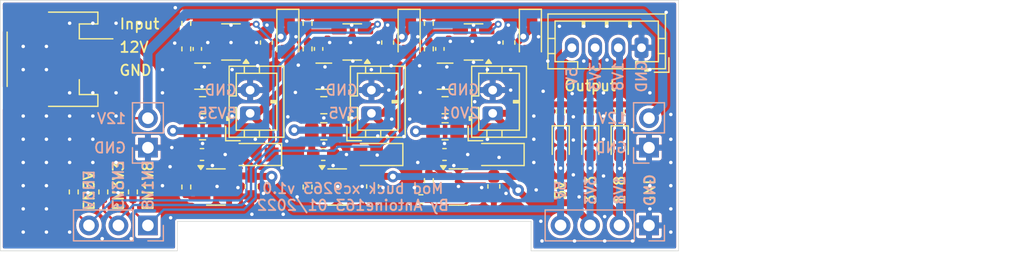
<source format=kicad_pcb>
(kicad_pcb (version 20240108) (generator "pcbnew") (generator_version "8.0")
  (title_block (title "mod_buck_xc9263") (date "2022-01-08") (rev "v1.0") (company "Antoine163"))
  (layers (0 "F.Cu" signal) (31 "B.Cu" signal) (34 "B.Paste" user) (35 "F.Paste" user) (36 "B.SilkS" user "B.Silkscreen") (37 "F.SilkS" user "F.Silkscreen") (38 "B.Mask" user) (39 "F.Mask" user) (44 "Edge.Cuts" user))
  (net 0 "")
  (net 1 "+12V")
  (net 2 "GND")
  (net 3 "5V35")
  (net 4 "Net-(C4-Pad2)")
  (net 5 "3V5")
  (net 6 "Net-(C5-Pad2)")
  (net 7 "2V01")
  (net 8 "Net-(C6-Pad2)")
  (net 9 "Net-(R13-Pad1)")
  (net 10 "+1V8")
  (net 11 "Net-(R12-Pad1)")
  (net 12 "Net-(D7-Pad1)")
  (net 13 "Net-(D8-Pad1)")
  (net 14 "Net-(D9-Pad1)")
  (net 15 "EN_5V")
  (net 16 "EN_3V3")
  (net 17 "EN_1V8")
  (net 18 "+3V3")
  (net 19 "+5V")
  (net 20 "Net-(L1-Pad1)")
  (net 21 "Net-(L2-Pad1)")
  (net 22 "Net-(L3-Pad1)")
  (net 23 "Net-(R10-Pad1)")
  (net 24 "Net-(R11-Pad1)")
  (footprint "Capacitor_SMD:C_0805_2012Metric_Pad1.18x1.45mm_HandSolder" (layer "F.Cu") (at 132 59.55)
    (property "Reference" "C11" (hide yes))
    (property "Value" "10uF")
  )
  (footprint "Capacitor_SMD:C_0805_2012Metric_Pad1.18x1.45mm_HandSolder" (layer "F.Cu") (at 142.45 57.3)
    (property "Reference" "C9" (hide yes))
    (property "Value" "10uF")
  )
  (footprint "Diode_SMD:Nexperia_CFP3_SOD-123W" (layer "F.Cu") (at 149.8 51.3 -90)
    (property "Reference" "D3" (hide yes))
    (property "Value" "PMEG40T10ERX")
  )
  (footprint "Resistor_SMD:R_0402_1005Metric_Pad0.72x0.64mm_HandSolder" (layer "F.Cu") (at 120.15 50.25 90)
    (property "Reference" "R5" (hide yes))
    (property "Value" "39K")
  )
  (footprint "Capacitor_SMD:C_0402_1005Metric_Pad0.74x0.62mm_HandSolder" (layer "F.Cu") (at 121.1 52.45 90)
    (property "Reference" "C4" (hide yes))
    (property "Value" "47pF")
  )
  (footprint "Resistor_SMD:R_0402_1005Metric_Pad0.72x0.64mm_HandSolder" (layer "F.Cu") (at 152.41 57.8275 90)
    (property "Reference" "R15" (hide yes))
    (property "Value" "2K7")
  )
  (footprint "Resistor_SMD:R_0402_1005Metric_Pad0.72x0.64mm_HandSolder" (layer "F.Cu") (at 141.05 63.8 90)
    (property "Reference" "R10" (hide yes))
    (property "Value" "0R")
  )
  (footprint "Resistor_SMD:R_0402_1005Metric_Pad0.72x0.64mm_HandSolder" (layer "F.Cu") (at 120.15 52.45 90)
    (property "Reference" "R4" (hide yes))
    (property "Value" "240K")
  )
  (footprint "Connector_JST:JST_PH_S2B-PH-SM4-TB_1x02-1MP_P2.00mm_Horizontal" (layer "F.Cu") (at 109.22 53.34 -90)
    (property "Reference" "J1" (hide yes))
    (property "Value" "Conn_01x02")
  )
  (footprint "Capacitor_SMD:C_0603_1608Metric_Pad1.08x0.95mm_HandSolder" (layer "F.Cu") (at 136.2 64.3 -90)
    (property "Reference" "C17" (hide yes))
    (property "Value" "1uF")
  )
  (footprint "Capacitor_SMD:C_0603_1608Metric_Pad1.08x0.95mm_HandSolder" (layer "F.Cu") (at 147.95 51.9 90)
    (property "Reference" "C3" (hide yes))
    (property "Value" "2.2uF")
  )
  (footprint "Connector_JST:JST_PH_B2B-PH-K_1x02_P2.00mm_Vertical" (layer "F.Cu") (at 136.1 58 90)
    (property "Reference" "J8" (hide yes))
    (property "Value" "Conn_01x02")
  )
  (footprint "Connector_JST:JST_PH_B2B-PH-K_1x02_P2.00mm_Vertical" (layer "F.Cu") (at 146.55 58 90)
    (property "Reference" "J9" (hide yes))
    (property "Value" "Conn_01x02")
  )
  (footprint "Capacitor_SMD:C_0805_2012Metric_Pad1.18x1.45mm_HandSolder" (layer "F.Cu") (at 142.45 59.55)
    (property "Reference" "C12" (hide yes))
    (property "Value" "10uF")
  )
  (footprint "Resistor_SMD:R_0402_1005Metric_Pad0.72x0.64mm_HandSolder" (layer "F.Cu") (at 154.95 57.8275 90)
    (property "Reference" "R16" (hide yes))
    (property "Value" "1K3")
  )
  (footprint "Resistor_SMD:R_0402_1005Metric_Pad0.72x0.64mm_HandSolder" (layer "F.Cu") (at 110.45 64.775 -90)
    (property "Reference" "R1" (hide yes))
    (property "Value" "100K")
  )
  (footprint "Diode_SMD:Nexperia_CFP3_SOD-123W" (layer "F.Cu") (at 139.35 51.3 -90)
    (property "Reference" "D2" (hide yes))
    (property "Value" "PMEG40T10ERX")
  )
  (footprint "Capacitor_SMD:C_0603_1608Metric_Pad1.08x0.95mm_HandSolder" (layer "F.Cu") (at 121.5 61.55 180)
    (property "Reference" "C15" (hide yes))
    (property "Value" "1uF")
  )
  (footprint "Diode_SMD:Nexperia_CFP3_SOD-123W" (layer "F.Cu") (at 136.55 61.55 180)
    (property "Reference" "D5" (hide yes))
    (property "Value" "PMEG40T10ERX")
  )
  (footprint "Resistor_SMD:R_0402_1005Metric_Pad0.72x0.64mm_HandSolder" (layer "F.Cu") (at 141.05 52.45 90)
    (property "Reference" "R8" (hide yes))
    (property "Value" "270K")
  )
  (footprint "Package_TO_SOT_SMD:SOT-23-5" (layer "F.Cu") (at 144.9 51.85 180)
    (property "Reference" "U3" (hide yes))
    (property "Value" "XC9263")
  )
  (footprint "LED_SMD:LED_0603_1608Metric_Pad1.05x0.95mm_HandSolder" (layer "F.Cu") (at 154.955 60.7375 -90)
    (property "Reference" "D9" (hide yes))
    (property "Value" "LED")
  )
  (footprint "AM163:L_TDK_VLS252012HBX_Handsoldering" (layer "F.Cu") (at 132 54.8 180)
    (property "Reference" "L2" (hide yes))
    (property "Value" "4.7uH")
  )
  (footprint "Resistor_SMD:R_0402_1005Metric_Pad0.72x0.64mm_HandSolder" (layer "F.Cu") (at 130.6 50.25 90)
    (property "Reference" "R7" (hide yes))
    (property "Value" "30K")
  )
  (footprint "Capacitor_SMD:C_0603_1608Metric_Pad1.08x0.95mm_HandSolder" (layer "F.Cu") (at 127.05 51.9 90)
    (property "Reference" "C1" (hide yes))
    (property "Value" "2.2uF")
  )
  (footprint "Capacitor_SMD:C_0603_1608Metric_Pad1.08x0.95mm_HandSolder" (layer "F.Cu") (at 137.5 51.9 90)
    (property "Reference" "C2" (hide yes))
    (property "Value" "2.2uF")
  )
  (footprint "Resistor_SMD:R_0402_1005Metric_Pad0.72x0.64mm_HandSolder" (layer "F.Cu") (at 130.6 52.45 90)
    (property "Reference" "R6" (hide yes))
    (property "Value" "110K")
  )
  (footprint "Resistor_SMD:R_0402_1005Metric_Pad0.72x0.64mm_HandSolder" (layer "F.Cu") (at 140.3625 65.4 180)
    (property "Reference" "R11" (hide yes))
    (property "Value" "0R")
  )
  (footprint "Package_TO_SOT_SMD:SOT-23-5" (layer "F.Cu") (at 133.15 64.35)
    (property "Reference" "U5" (hide yes))
    (property "Value" "RT9086-33GB")
  )
  (footprint "Capacitor_SMD:C_0603_1608Metric_Pad1.08x0.95mm_HandSolder" (layer "F.Cu") (at 142.4 61.55 180)
    (property "Reference" "C13" (hide yes))
    (property "Value" "1uF")
  )
  (footprint "Diode_SMD:Nexperia_CFP3_SOD-123W" (layer "F.Cu") (at 147 61.55 180)
    (property "Reference" "D4" (hide yes))
    (property "Value" "PMEG40T10ERX")
  )
  (footprint "Resistor_SMD:R_0402_1005Metric_Pad0.72x0.64mm_HandSolder" (layer "F.Cu") (at 130.6 64.35 90)
    (property "Reference" "R12" (hide yes))
    (property "Value" "0R")
  )
  (footprint "Resistor_SMD:R_0402_1005Metric_Pad0.72x0.64mm_HandSolder" (layer "F.Cu") (at 157.49 57.8275 90)
    (property "Reference" "R14" (hide yes))
    (property "Value" "0R")
  )
  (footprint "Capacitor_SMD:C_0603_1608Metric_Pad1.08x0.95mm_HandSolder" (layer "F.Cu") (at 125.75 64.3 -90)
    (property "Reference" "C18" (hide yes))
    (property "Value" "1uF")
  )
  (footprint "Connector_JST:JST_PH_B2B-PH-K_1x02_P2.00mm_Vertical" (layer "F.Cu") (at 125.65 58 90)
    (property "Reference" "J4" (hide yes))
    (property "Value" "Conn_01x02")
  )
  (footprint "Diode_SMD:Nexperia_CFP3_SOD-123W" (layer "F.Cu") (at 128.9 51.3 -90)
    (property "Reference" "D1" (hide yes))
    (property "Value" "PMEG40T10ERX")
  )
  (footprint "AM163:L_TDK_VLS252012HBX_Handsoldering" (layer "F.Cu") (at 121.55 54.8 180)
    (property "Reference" "L1" (hide yes))
    (property "Value" "4.7uH")
  )
  (footprint "Capacitor_SMD:C_0603_1608Metric_Pad1.08x0.95mm_HandSolder" (layer "F.Cu") (at 131.95 61.55 180)
    (property "Reference" "C14" (hide yes))
    (property "Value" "1uF")
  )
  (footprint "Capacitor_SMD:C_0603_1608Metric_Pad1.08x0.95mm_HandSolder" (layer "F.Cu") (at 146.65 64.3 -90)
    (property "Reference" "C16" (hide yes))
    (property "Value" "1uF")
  )
  (footprint "Capacitor_SMD:C_0402_1005Metric_Pad0.74x0.62mm_HandSolder" (layer "F.Cu") (at 131.55 52.45 90)
    (property "Reference" "C5" (hide yes))
    (property "Value" "100pF")
  )
  (footprint "Capacitor_SMD:C_0805_2012Metric_Pad1.18x1.45mm_HandSolder" (layer "F.Cu") (at 132 57.3)
    (property "Reference" "C8" (hide yes))
    (property "Value" "10uF")
  )
  (footprint "Resistor_SMD:R_0402_1005Metric_Pad0.72x0.64mm_HandSolder" (layer "F.Cu") (at 115.55 64.775 -90)
    (property "Reference" "R3" (hide yes))
    (property "Value" "100K")
  )
  (footprint "Resistor_SMD:R_0402_1005Metric_Pad0.72x0.64mm_HandSolder" (layer "F.Cu") (at 120.15 64.35 90)
    (property "Reference" "R13" (hide yes))
    (property "Value" "0R")
  )
  (footprint "Resistor_SMD:R_0402_1005Metric_Pad0.72x0.64mm_HandSolder" (layer "F.Cu") (at 113 64.775 -90)
    (property "Reference" "R2" (hide yes))
    (property "Value" "100K")
  )
  (footprint "Capacitor_SMD:C_0805_2012Metric_Pad1.18x1.45mm_HandSolder" (layer "F.Cu") (at 121.55 57.3)
    (property "Reference" "C7" (hide yes))
    (property "Value" "10uF")
  )
  (footprint "Diode_SMD:Nexperia_CFP3_SOD-123W" (layer "F.Cu") (at 126.1 61.55 180)
    (property "Reference" "D6" (hide yes))
    (property "Value" "PMEG40T10ERX")
  )
  (footprint "Package_TO_SOT_SMD:SOT-23-5" (layer "F.Cu") (at 122.7 64.35)
    (property "Reference" "U6" (hide yes))
    (property "Value" "LDK320M50R")
  )
  (footprint "AM163:L_TDK_VLS252012HBX_Handsoldering" (layer "F.Cu") (at 142.45 54.8 180)
    (property "Reference" "L3" (hide yes))
    (property "Value" "4.7uH")
  )
  (footprint "LED_SMD:LED_0603_1608Metric_Pad1.05x0.95mm_HandSolder" (layer "F.Cu") (at 157.495 60.7375 -90)
    (property "Reference" "D7" (hide yes))
    (property "Value" "LED")
  )
  (footprint "LED_SMD:LED_0603_1608Metric_Pad1.05x0.95mm_HandSolder" (layer "F.Cu") (at 152.415 60.7375 -90)
    (property "Reference" "D8" (hide yes))
    (property "Value" "LED")
  )
  (footprint "Connector_JST:JST_PH_B4B-PH-K_1x04_P2.00mm_Vertical" (layer "F.Cu") (at 159.375 52.35 180)
    (property "Reference" "J5" (hide yes))
    (property "Value" "Conn_01x04")
  )
  (footprint "Package_TO_SOT_SMD:SOT-23-5" (layer "F.Cu") (at 124 51.85 180)
    (property "Reference" "U1" (hide yes))
    (property "Value" "XC9263")
  )
  (footprint "Resistor_SMD:R_0402_1005Metric_Pad0.72x0.64mm_HandSolder" (layer "F.Cu") (at 141.05 50.25 90)
    (property "Reference" "R9" (hide yes))
    (property "Value" "160K")
  )
  (footprint "Package_TO_SOT_SMD:SOT-23-5" (layer "F.Cu") (at 143.6 64.35)
    (property "Reference" "U4" (hide yes))
    (property "Value" "XC6217B182MR-G")
  )
  (footprint "Capacitor_SMD:C_0805_2012Metric_Pad1.18x1.45mm_HandSolder" (layer "F.Cu") (at 121.55 59.55)
    (property "Reference" "C10" (hide yes))
    (property "Value" "10uF")
  )
  (footprint "Package_TO_SOT_SMD:SOT-23-5" (layer "F.Cu") (at 134.45 51.85 180)
    (property "Reference" "U2" (hide yes))
    (property "Value" "XC9263")
  )
  (footprint "Capacitor_SMD:C_0402_1005Metric_Pad0.74x0.62mm_HandSolder" (layer "F.Cu") (at 142 52.45 90)
    (property "Reference" "C6" (hide yes))
    (property "Value" "33pF")
  )
  (footprint "Connector_PinHeader_2.54mm:PinHeader_1x02_P2.54mm_Vertical" (layer "B.Cu") (at 160.02 60.96)
    (property "Reference" "J7" (hide yes))
    (property "Value" "Conn_01x02")
  )
  (footprint "Connector_PinHeader_2.54mm:PinHeader_1x02_P2.54mm_Vertical" (layer "B.Cu") (at 116.84 60.96)
    (property "Reference" "J2" (hide yes))
    (property "Value" "Conn_01x02")
  )
  (footprint "Connector_PinHeader_2.54mm:PinHeader_1x03_P2.54mm_Vertical" (layer "B.Cu") (at 116.84 67.66 90)
    (property "Reference" "J3" (hide yes))
    (property "Value" "Conn_01x03")
  )
  (footprint "Connector_PinHeader_2.54mm:PinHeader_1x04_P2.54mm_Vertical" (layer "B.Cu") (at 160.02 67.66 90)
    (property "Reference" "J6" (hide yes))
    (property "Value" "Conn_01x05")
  )
  (gr_line (start 104.14 69.85) (end 119.38 69.85) (stroke (width 0.05)) (layer "Edge.Cuts"))
  (gr_line (start 149.86 67.31) (end 149.86 69.85) (stroke (width 0.05)) (layer "Edge.Cuts"))
  (gr_line (start 162.56 69.85) (end 162.56 48.26) (stroke (width 0.05)) (layer "Edge.Cuts"))
  (gr_line (start 162.56 48.26) (end 104.14 48.26) (stroke (width 0.05)) (layer "Edge.Cuts"))
  (gr_line (start 119.38 67.31) (end 149.86 67.31) (stroke (width 0.05)) (layer "Edge.Cuts"))
  (gr_line (start 119.38 69.85) (end 119.38 67.31) (stroke (width 0.05)) (layer "Edge.Cuts"))
  (gr_line (start 104.14 48.26) (end 104.14 69.85) (stroke (width 0.05)) (layer "Edge.Cuts"))
  (gr_line (start 149.86 69.85) (end 162.56 69.85) (stroke (width 0.05)) (layer "Edge.Cuts"))
  (gr_text "5V" (at 153.375 54.825 90) (layer "B.SilkS") (effects (font (size 0.9 0.9) (thickness 0.153)) (justify mirror)))
  (gr_text "EN1V8" (at 116.85 66.375 90) (layer "B.SilkS") (effects (font (size 0.9 0.9) (thickness 0.153)) (justify right mirror)))
  (gr_text "3V3" (at 154.999999 64.625 90) (layer "B.SilkS") (effects (font (size 0.9 0.9) (thickness 0.153)) (justify mirror)))
  (gr_text "1V8" (at 157.35 54.825 90) (layer "B.SilkS") (effects (font (size 0.9 0.9) (thickness 0.153)) (justify mirror)))
  (gr_text "EN3V3" (at 114.3 66.375 90) (layer "B.SilkS") (effects (font (size 0.9 0.9) (thickness 0.153)) (justify right mirror)))
  (gr_text "2V01" (at 145.475 57.975 0) (layer "B.SilkS") (effects (font (size 0.9 0.9) (thickness 0.153)) (justify left mirror)))
  (gr_text "GND" (at 124.575 56 0) (layer "B.SilkS") (effects (font (size 0.9 0.9) (thickness 0.153)) (justify left mirror)))
  (gr_text "1V8" (at 157.499999 64.625 90) (layer "B.SilkS") (effects (font (size 0.9 0.9) (thickness 0.153)) (justify mirror)))
  (gr_text "5V" (at 152.4 64.625 90) (layer "B.SilkS") (effects (font (size 0.9 0.9) (thickness 0.153)) (justify mirror)))
  (gr_text "3V5" (at 135 58 0) (layer "B.SilkS") (effects (font (size 0.9 0.9) (thickness 0.153)) (justify left mirror)))
  (gr_text "GND" (at 158.225 60.95 0) (layer "B.SilkS") (effects (font (size 0.9 0.9) (thickness 0.153)) (justify left mirror)))
  (gr_text "GND" (at 115.05 60.975 0) (layer "B.SilkS") (effects (font (size 0.9 0.9) (thickness 0.153)) (justify left mirror)))
  (gr_text "GND" (at 135 56 0) (layer "B.SilkS") (effects (font (size 0.9 0.9) (thickness 0.153)) (justify left mirror)))
  (gr_text "GND" (at 145.475 55.975 0) (layer "B.SilkS") (effects (font (size 0.9 0.9) (thickness 0.153)) (justify left mirror)))
  (gr_text "3V3" (at 155.4 54.825 90) (layer "B.SilkS") (effects (font (size 0.9 0.9) (thickness 0.153)) (justify mirror)))
  (gr_text "Mod buck xc9263 v1.0\nBy Antoine163 01/2022" (at 134.5 65.2 0) (layer "B.SilkS") (effects (font (size 0.9 0.9) (thickness 0.153)) (justify mirror)))
  (gr_text "GND" (at 160.1 64.625 90) (layer "B.SilkS") (effects (font (size 0.9 0.9) (thickness 0.153)) (justify mirror)))
  (gr_text "EN5V" (at 111.775 66.375 90) (layer "B.SilkS") (effects (font (size 0.9 0.9) (thickness 0.153)) (justify right mirror)))
  (gr_text "GND" (at 159.375 54.825 90) (layer "B.SilkS") (effects (font (size 0.9 0.9) (thickness 0.153)) (justify mirror)))
  (gr_text "5V35" (at 124.575 58 0) (layer "B.SilkS") (effects (font (size 0.9 0.9) (thickness 0.153)) (justify left mirror)))
  (gr_text "12V" (at 115.05 58.45 0) (layer "B.SilkS") (effects (font (size 0.9 0.9) (thickness 0.153)) (justify left mirror)))
  (gr_text "12V" (at 158.225 58.425 0) (layer "B.SilkS") (effects (font (size 0.9 0.9) (thickness 0.153)) (justify left mirror)))
  (gr_text "GND" (at 160.1 64.625 90) (layer "F.SilkS") (effects (font (size 0.9 0.9) (thickness 0.153))))
  (gr_text "EN3V3" (at 114.3 66.475 90) (layer "F.SilkS") (effects (font (size 0.9 0.9) (thickness 0.153)) (justify left)))
  (gr_text "12V" (at 114.3 52.3 0) (layer "F.SilkS") (effects (font (size 0.9 0.9) (thickness 0.153)) (justify left)))
  (gr_text "1V8" (at 157.5 64.625 90) (layer "F.SilkS") (effects (font (size 0.9 0.9) (thickness 0.153))))
  (gr_text "EN5V" (at 111.775 66.475 90) (layer "F.SilkS") (effects (font (size 0.9 0.9) (thickness 0.153)) (justify left)))
  (gr_text "Output" (at 154.95 55.625 0) (layer "F.SilkS") (effects (font (size 0.9 0.9) (thickness 0.153))))
  (gr_text "EN1V8" (at 116.85 66.475 90) (layer "F.SilkS") (effects (font (size 0.9 0.9) (thickness 0.153)) (justify left)))
  (gr_text "GND" (at 114.3 54.3 0) (layer "F.SilkS") (effects (font (size 0.9 0.9) (thickness 0.153)) (justify left)))
  (gr_text "Input" (at 114.325 50.3 0) (layer "F.SilkS") (effects (font (size 0.9 0.9) (thickness 0.153)) (justify left)))
  (gr_text "5V" (at 152.4 64.625 90) (layer "F.SilkS") (effects (font (size 0.9 0.9) (thickness 0.153))))
  (gr_text "3V3" (at 155 64.625 90) (layer "F.SilkS") (effects (font (size 0.9 0.9) (thickness 0.153))))
  (segment (start 139.35 50.773884) (end 139.35 49.9) (width 0.6) (layer "F.Cu") (net 1))
  (segment (start 116.84 56.765) (end 116.84 54.44) (width 0.8) (layer "F.Cu") (net 1))
  (segment (start 146.0375 52.8) (end 147.9125 52.8) (width 0.6) (layer "F.Cu") (net 1))
  (segment (start 116.84 54.44) (end 114.74 52.34) (width 0.8) (layer "F.Cu") (net 1))
  (segment (start 127.05 52.623884) (end 128.286942 51.386942) (width 0.6) (layer "F.Cu") (net 1))
  (segment (start 149.211942 51.361942) (end 149.8 50.773884) (width 0.6) (layer "F.Cu") (net 1))
  (segment (start 113 64.1775) (end 110.45 64.1775) (width 0.2) (layer "F.Cu") (net 1))
  (segment (start 128.361942 51.311942) (end 128.9 50.773884) (width 0.6) (layer "F.Cu") (net 1))
  (segment (start 138.824442 51.299442) (end 139.35 50.773884) (width 0.6) (layer "F.Cu") (net 1))
  (segment (start 125.1375 52.8) (end 127.0125 52.8) (width 0.6) (layer "F.Cu") (net 1))
  (segment (start 113 60.95) (end 115.53 58.42) (width 0.2) (layer "F.Cu") (net 1))
  (segment (start 128.9 50.773884) (end 128.9 49.9) (width 0.6) (layer "F.Cu") (net 1))
  (segment (start 138.761942 51.361942) (end 138.824442 51.299442) (width 0.6) (layer "F.Cu") (net 1))
  (segment (start 114.74 52.34) (end 112.07 52.34) (width 0.8) (layer "F.Cu") (net 1))
  (segment (start 137.5 52.623884) (end 138.724442 51.399442) (width 0.6) (layer "F.Cu") (net 1))
  (segment (start 116.84 56.765) (end 116.84 58.42) (width 0.8) (layer "F.Cu") (net 1))
  (segment (start 147.95 52.623884) (end 149.186942 51.386942) (width 0.6) (layer "F.Cu") (net 1))
  (segment (start 138.724442 51.399442) (end 138.761942 51.361942) (width 0.6) (layer "F.Cu") (net 1))
  (segment (start 128.286942 51.386942) (end 128.361942 51.311942) (width 0.6) (layer "F.Cu") (net 1))
  (segment (start 113 64.1775) (end 113 60.95) (width 0.2) (layer "F.Cu") (net 1))
  (segment (start 115.53 58.42) (end 116.84 58.42) (width 0.2) (layer "F.Cu") (net 1))
  (segment (start 149.8 50.773884) (end 149.8 49.9) (width 0.6) (layer "F.Cu") (net 1))
  (segment (start 115.55 64.1775) (end 113 64.1775) (width 0.2) (layer "F.Cu") (net 1))
  (segment (start 149.186942 51.386942) (end 149.211942 51.361942) (width 0.6) (layer "F.Cu") (net 1))
  (segment (start 135.5875 52.8) (end 137.4625 52.8) (width 0.6) (layer "F.Cu") (net 1))
  (via (at 149.186942 51.386942) (size 1) (drill 0.5) (layers "F.Cu" "B.Cu") (net 1))
  (via (at 138.724442 51.399442) (size 1) (drill 0.5) (layers "F.Cu" "B.Cu") (net 1))
  (via (at 128.286942 51.386942) (size 1) (drill 0.5) (layers "F.Cu" "B.Cu") (net 1))
  (segment (start 138.724442 51.399442) (end 138.724442 49.574442) (width 0.6) (layer "B.Cu") (net 1))
  (segment (start 149.186942 51.386942) (end 149.186942 49.613058) (width 0.6) (layer "B.Cu") (net 1))
  (segment (start 149.186942 49.613058) (end 149.375 49.425) (width 0.6) (layer "B.Cu") (net 1))
  (segment (start 138.724442 49.574442) (end 138.575 49.425) (width 0.6) (layer "B.Cu") (net 1))
  (segment (start 159.45 49.425) (end 161.2 51.175) (width 0.8) (layer "B.Cu") (net 1))
  (segment (start 149.375 49.425) (end 159.45 49.425) (width 0.8) (layer "B.Cu") (net 1))
  (segment (start 128.3 49.425) (end 138.575 49.425) (width 0.8) (layer "B.Cu") (net 1))
  (segment (start 116.84 58.42) (end 116.84 52.685) (width 0.8) (layer "B.Cu") (net 1))
  (segment (start 120.1 49.425) (end 128.3 49.425) (width 0.8) (layer "B.Cu") (net 1))
  (segment (start 161.2 51.175) (end 161.2 57.24) (width 0.8) (layer "B.Cu") (net 1))
  (segment (start 128.286942 49.438058) (end 128.3 49.425) (width 0.6) (layer "B.Cu") (net 1))
  (segment (start 128.286942 51.386942) (end 128.286942 49.438058) (width 0.6) (layer "B.Cu") (net 1))
  (segment (start 138.575 49.425) (end 149.375 49.425) (width 0.8) (layer "B.Cu") (net 1))
  (segment (start 116.84 52.685) (end 120.1 49.425) (width 0.8) (layer "B.Cu") (net 1))
  (segment (start 161.2 57.24) (end 160.02 58.42) (width 0.8) (layer "B.Cu") (net 1))
  (via (at 112.9 68.8) (size 0.6) (drill 0.3) (layers "F.Cu" "B.Cu") (net 2))
  (via (at 154.4 50.5) (size 0.6) (drill 0.3) (layers "F.Cu" "B.Cu") (net 2))
  (via (at 112.095 56.235) (size 0.6) (drill 0.3) (layers "F.Cu" "B.Cu") (net 2))
  (via (at 108.095 54.235) (size 0.6) (drill 0.3) (layers "F.Cu" "B.Cu") (net 2))
  (via (at 111.68 64.84) (size 0.6) (drill 0.3) (layers "F.Cu" "B.Cu") (net 2))
  (via (at 150.095 58.235) (size 0.6) (drill 0.3) (layers "F.Cu" "B.Cu") (net 2))
  (via (at 108.095 62.235) (size 0.6) (drill 0.3) (layers "F.Cu" "B.Cu") (net 2))
  (via (at 140.3 56.2) (size 0.6) (drill 0.3) (layers "F.Cu" "B.Cu") (net 2))
  (via (at 108.095 58.235) (size 0.6) (drill 0.3) (layers "F.Cu" "B.Cu") (net 2))
  (via (at 132 60.6) (size 0.6) (drill 0.3) (layers "F.Cu" "B.Cu") (net 2))
  (via (at 136.095 54.235) (size 0.6) (drill 0.3) (layers "F.Cu" "B.Cu") (net 2))
  (via (at 152.3 50.5) (size 0.6) (drill 0.3) (layers "F.Cu" "B.Cu") (net 2))
  (via (at 128.5 66.7) (size 0.6) (drill 0.3) (layers "F.Cu" "B.Cu") (net 2))
  (via (at 144.9 50.4) (size 0.6) (drill 0.3) (layers "F.Cu" "B.Cu") (net 2))
  (via (at 126.3 53.9) (size 0.6) (drill 0.3) (layers "F.Cu" "B.Cu") (net 2))
  (via (at 106.095 54.235) (size 0.6) (drill 0.3) (layers "F.Cu" "B.Cu") (net 2))
  (via (at 137.1 64.4) (size 0.6) (drill 0.3) (layers "F.Cu" "B.Cu") (net 2))
  (via (at 122.8 64.3) (size 0.6) (drill 0.3) (layers "F.Cu" "B.Cu") (net 2))
  (via (at 132.5 51.9) (size 0.6) (drill 0.3) (layers "F.Cu" "B.Cu") (net 2))
  (via (at 150.7 67.3) (size 0.6) (drill 0.3) (layers "F.Cu" "B.Cu") (net 2))
  (via (at 154.4 53.5) (size 0.6) (drill 0.3) (layers "F.Cu" "B.Cu") (net 2))
  (via (at 132 58.4) (size 0.6) (drill 0.3) (layers "F.Cu" "B.Cu") (net 2))
  (via (at 147.1 61.8) (size 0.6) (drill 0.3) (layers "F.Cu" "B.Cu") (net 2))
  (via (at 124.6 64.4) (size 0.6) (drill 0.3) (layers "F.Cu" "B.Cu") (net 2))
  (via (at 129.55 56.2) (size 0.6) (drill 0.3) (layers "F.Cu" "B.Cu") (net 2))
  (via (at 121.5 58.4) (size 0.6) (drill 0.3) (layers "F.Cu" "B.Cu") (net 2))
  (via (at 106.095 52.235) (size 0.6) (drill 0.3) (layers "F.Cu" "B.Cu") (net 2))
  (via (at 147.7 64.9) (size 0.6) (drill 0.3) (layers "F.Cu" "B.Cu") (net 2))
  (via (at 158.6 69) (size 0.6) (drill 0.3) (layers "F.Cu" "B.Cu") (net 2))
  (via (at 118.8 67) (size 0.6) (drill 0.3) (layers "F.Cu" "B.Cu") (net 2))
  (via (at 160.095 54.235) (size 0.6) (drill 0.3) (layers "F.Cu" "B.Cu") (net 2))
  (via (at 156.4 53.4) (size 0.6) (drill 0.3) (layers "F.Cu" "B.Cu") (net 2))
  (via (at 134.4 58.4) (size 0.6) (drill 0.3) (layers "F.Cu" "B.Cu") (net 2))
  (via (at 114.095 62.235) (size 0.6) (drill 0.3) (layers "F.Cu" "B.Cu") (net 2))
  (via (at 150.9 56.1) (size 0.6) (drill 0.3) (layers "F.Cu" "B.Cu") (net 2))
  (via (at 114.27 64.84) (size 0.6) (drill 0.3) (layers "F.Cu" "B.Cu") (net 2))
  (via (at 148.1 56) (size 0.6) (drill 0.3) (layers "F.Cu" "B.Cu") (net 2))
  (via (at 146.095 54.235) (size 0.6) (drill 0.3) (layers "F.Cu" "B.Cu") (net 2))
  (via (at 160.095 56.235) (size 0.6) (drill 0.3) (layers "F.Cu" "B.Cu") (net 2))
  (via (at 161.9 58.1) (size 0.6) (drill 0.3) (layers "F.Cu" "B.Cu") (net 2))
  (via (at 140.095 62.235) (size 0.6) (drill 0.3) (layers "F.Cu" "B.Cu") (net 2))
  (via (at 125.8 66.7) (size 0.6) (drill 0.3) (layers "F.Cu" "B.Cu") (net 2))
  (via (at 156.095 60.235) (size 0.6) (drill 0.3) (layers "F.Cu" "B.Cu") (net 2))
  (via (at 144.8 51.8) (size 0.6) (drill 0.3) (layers "F.Cu" "B.Cu") (net 2))
  (via (at 124.095 58.235) (size 0.6) (drill 0.3) (layers "F.Cu" "B.Cu") (net 2))
  (via (at 153.5 60.3) (size 0.6) (drill 0.3) (layers "F.Cu" "B.Cu") (net 2))
  (via (at 142.6 54) (size 0.6) (drill 0.3) (layers "F.Cu" "B.Cu") (net 2))
  (via (at 128.8 60.4) (size 0.6) (drill 0.3) (layers "F.Cu" "B.Cu") (net 2))
  (via (at 114.095 56.235) (size 0.6) (drill 0.3) (layers "F.Cu" "B.Cu") (net 2))
  (via (at 112.095 50.235) (size 0.6) (drill 0.3) (layers "F.Cu" "B.Cu") (net 2))
  (via (at 108.095 64.235) (size 0.6) (drill 0.3) (layers "F.Cu" "B.Cu") (net 2))
  (via (at 108.095 66.235) (size 0.6) (drill 0.3) (layers "F.Cu" "B.Cu") (net 2))
  (via (at 143.6 64.3) (size 0.6) (drill 0.3) (layers "F.Cu" "B.Cu") (net 2))
  (via (at 137.5 50.4) (size 0.6) (drill 0.3) (layers "F.Cu" "B.Cu") (net 2))
  (via (at 118.095 64.235) (size 0.6) (drill 0.3) (layers "F.Cu" "B.Cu") (net 2))
  (via (at 108.095 60.235) (size 0.6) (drill 0.3) (layers "F.Cu" "B.Cu") (net 2))
  (via (at 134.5 53.5) (size 0.6) (drill 0.3) (layers "F.Cu" "B.Cu") (net 2))
  (via (at 147.1 51.9) (size 0.6) (drill 0.3) (layers "F.Cu" "B.Cu") (net 2))
  (via (at 142.5 58.4) (size 0.6) (drill 0.3) (layers "F.Cu" "B.Cu") (net 2))
  (via (at 148.095 54.235) (size 0.6) (drill 0.3) (layers "F.Cu" "B.Cu") (net 2))
  (via (at 156.1 63.4) (size 0.6) (drill 0.3) (layers "F.Cu" "B.Cu") (net 2))
  (via (at 156.095 58.235) (size 0.6) (drill 0.3) (layers "F.Cu" "B.Cu") (net 2))
  (via (at 124 51.9) (size 0.6) (drill 0.3) (layers "F.Cu" "B.Cu") (net 2))
  (via (at 127.1 50.4) (size 0.6) (drill 0.3) (layers "F.Cu" "B.Cu") (net 2))
  (via (at 118.095 54.235) (size 0.6) (drill 0.3) (layers "F.Cu" "B.Cu") (net 2))
  (via (at 131.9 55.8) (size 0.6) (drill 0.3) (layers "F.Cu" "B.Cu") (net 2))
  (via (at 119.15 51.95) (size 0.6) (drill 0.3) (layers "F.Cu" "B.Cu") (net 2))
  (via (at 115.4 68.8) (size 0.6) (drill 0.3) (layers "F.Cu" "B.Cu") (net 2))
  (via (at 106.095 62.235) (size 0.6) (drill 0.3) (layers "F.Cu" "B.Cu") (net 2))
  (via (at 138.9 60) (size 0.6) (drill 0.3) (layers "F.Cu" "B.Cu") (net 2))
  (via (at 136.65 59.95) (size 0.6) (drill 0.3) (layers "F.Cu" "B.Cu") (net 2))
  (via (at 136.6 61.6) (size 0.6) (drill 0.3) (layers "F.Cu" "B.Cu") (net 2))
  (via (at 106.095 68.235) (size 0.6) (drill 0.3) (layers "F.Cu" "B.Cu") (net 2))
  (via (at 129.7 65.2) (size 0.6) (drill 0.3) (layers "F.Cu" "B.Cu") (net 2))
  (via (at 133.2 64.3) (size 0.6) (drill 0.3) (layers "F.Cu" "B.Cu") (net 2))
  (via (at 106.095 58.235) (size 0.6) (drill 0.3) (layers "F.Cu" "B.Cu") (net 2))
  (via (at 124 50.4) (size 0.6) (drill 0.3) (layers "F.Cu" "B.Cu") (net 2))
  (via (at 110.095 62.235) (size 0.6) (drill 0.3) (layers "F.Cu" "B.Cu") (net 2))
  (via (at 147.9 50.4) (size 0.6) (drill 0.3) (layers "F.Cu" "B.Cu") (net 2))
  (via (at 114.095 50.235) (size 0.6) (drill 0.3) (layers "F.Cu" "B.Cu") (net 2))
  (via (at 134.3 51.9) (size 0.6) (drill 0.3) (layers "F.Cu" "B.Cu") (net 2))
  (via (at 110.095 60.235) (size 0.6) (drill 0.3) (layers "F.Cu" "B.Cu") (net 2))
  (via (at 143.2 62.5) (size 0.6) (drill 0.3) (layers "F.Cu" "B.Cu") (net 2))
  (via (at 144.4 61.55) (size 0.6) (drill 0.3) (layers "F.Cu" "B.Cu") (net 2))
  (via (at 142.3 55.8) (size 0.6) (drill 0.3) (layers "F.Cu" "B.Cu") (net 2))
  (via (at 106.095 66.235) (size 0.6) (drill 0.3) (layers "F.Cu" "B.Cu") (net 2))
  (via (at 139.8 64.4) (size 0.6) (drill 0.3) (layers "F.Cu" "B.Cu") (net 2))
  (via (at 134.4 50.4) (size 0.6) (drill 0.3) (layers "F.Cu" "B.Cu") (net 2))
  (via (at 132.1 54) (size 0.6) (drill 0.3) (layers "F.Cu" "B.Cu") (net 2))
  (via (at 161.9 60.235) (size 0.6) (drill 0.3) (layers "F.Cu" "B.Cu") (net 2))
  (via (at 140.1 51.4) (size 0.6) (drill 0.3) (layers "F.Cu" "B.Cu") (net 2))
  (via (at 110.095 58.235) (size 0.6) (drill 0.3) (layers "F.Cu" "B.Cu") (net 2))
  (via (at 144.9 53.6) (size 0.6) (drill 0.3) (layers "F.Cu" "B.Cu") (net 2))
  (via (at 132.8 62.5) (size 0.6) (drill 0.3) (layers "F.Cu" "B.Cu") (net 2))
  (via (at 129.6 51.4) (size 0.6) (drill 0.3) (layers "F.Cu" "B.Cu") (net 2))
  (via (at 154 65.2) (size 0.6) (drill 0.3) (layers "F.Cu" "B.Cu") (net 2))
  (via (at 119.2 48.9) (size 0.6) (drill 0.3) (layers "F.Cu" "B.Cu") (net 2))
  (via (at 137.8 53.9) (size 0.6) (drill 0.3) (layers "F.Cu" "B.Cu") (net 2))
  (via (at 110.095 68.235) (size 0.6) (drill 0.3) (layers "F.Cu" "B.Cu") (net 2))
  (via (at 106.095 60.235) (size 0.6) (drill 0.3) (layers "F.Cu" "B.Cu") (net 2))
  (via (at 156.2 69) (size 0.6) (drill 0.3) (layers "F.Cu" "B.Cu") (net 2))
  (via (at 121.7 54) (size 0.6) (drill 0.3) (layers "F.Cu" "B.Cu") (net 2))
  (via (at 158.6 59.4) (size 0.6) (drill 0.3) (layers "F.Cu" "B.Cu") (net 2))
  (via (at 150.8 69) (size 0.6) (drill 0.3) (layers "F.Cu" "B.Cu") (net 2))
  (via (at 139.4 58.5) (size 0.6) (drill 0.3) (layers "F.Cu" "B.Cu") (net 2))
  (via (at 128.9 58.3) (size 0.6) (drill 0.3) (layers "F.Cu" "B.Cu") (net 2))
  (via (at 161.9 68.235) (size 0.6) (drill 0.3) (layers "F.Cu" "B.Cu") (net 2))
  (via (at 153.5 58.3) (size 0.6) (drill 0.3) (layers "F.Cu" "B.Cu") (net 2))
  (via (at 122.4 62.5) (size 0.6) (drill 0.3) (layers "F.Cu" "B.Cu") (net 2))
  (via (at 116.095 50.235) (size 0.6) (drill 0.3) (layers "F.Cu" "B.Cu") (net 2))
  (via (at 110.095 50.235) (size 0.6) (drill 0.3) (layers "F.Cu" "B.Cu") (net 2))
  (via (at 140.25 53.9) (size 0.6) (drill 0.3) (layers "F.Cu" "B.Cu") (net 2))
  (via (at 126.2 51.9) (size 0.6) (drill 0.3) (layers "F.Cu" "B.Cu") (net 2))
  (via (at 137.6 56) (size 0.6) (drill 0.3) (layers "F.Cu" "B.Cu") (net 2))
  (via (at 136.7 51.9) (size 0.6) (drill 0.3) (layers "F.Cu" "B.Cu") (net 2))
  (via (at 128.4 62.7) (size 0.6) (drill 0.3) (layers "F.Cu" "B.Cu") (net 2))
  (via (at 112.095 60.235) (size 0.6) (drill 0.3) (layers "F.Cu" "B.Cu") (net 2))
  (via (at 137.85 58.5) (size 0.6) (drill 0.3) (layers "F.Cu" "B.Cu") (net 2))
  (via (at 161.5 49.3) (size 0.6) (drill 0.3) (layers "F.Cu" "B.Cu") (net 2))
  (via (at 160.095 66.235) (size 0.6) (drill 0.3) (layers "F.Cu" "B.Cu") (net 2))
  (via (at 151.3 53.5) (size 0.6) (drill 0.3) (layers "F.Cu" "B.Cu") (net 2))
  (via (at 106.095 64.235) (size 0.6) (drill 0.3) (layers "F.Cu" "B.Cu") (net 2))
  (via (at 150.095 60.235) (size 0.6) (drill 0.3) (layers "F.Cu" "B.Cu") (net 2))
  (via (at 123.5 61.55) (size 0.6) (drill 0.3) (layers "F.Cu" "B.Cu") (net 2))
  (via (at 142.4 60.6) (size 0.6) (drill 0.3) (layers "F.Cu" "B.Cu") (net 2))
  (via (at 126.8 64.9) (size 0.6) (drill 0.3) (layers "F.Cu" "B.Cu") (net 2))
  (via (at 126.095 60.235) (size 0.6) (drill 0.3) (layers "F.Cu" "B.Cu") (net 2))
  (via (at 112.095 62.235) (size 0.6) (drill 0.3) (layers "F.Cu" "B.Cu") (net 2))
  (via (at 108.095 68.235) (size 0.6) (drill 0.3) (layers "F.Cu" "B.Cu") (net 2))
  (via (at 156.095 56.235) (size 0.6) (drill 0.3) (layers "F.Cu" "B.Cu") (net 2))
  (via (at 150.5 51.4) (size 0.6) (drill 0.3) (layers "F.Cu" "B.Cu") (net 2))
  (via (at 108.095 52.235) (size 0.6) (drill 0.3) (layers "F.Cu" "B.Cu") (net 2))
  (via (at 112.095 58.235) (size 0.6) (drill 0.3) (layers "F.Cu" "B.Cu") (net 2))
  (via (at 156.4 50.5) (size 0.6) (drill 0.3) (layers "F.Cu" "B.Cu") (net 2))
  (via (at 145 57) (size 0.6) (drill 0.3) (layers "F.Cu" "B.Cu") (net 2))
  (via (at 145.6 64.4) (size 0.6) (drill 0.3) (layers "F.Cu" "B.Cu") (net 2))
  (via (at 158.4 50.5) (size 0.6) (drill 0.3) (layers "F.Cu" "B.Cu") (net 2))
  (via (at 122 51.9) (size 0.6) (drill 0.3) (layers "F.Cu" "B.Cu") (net 2))
  (via (at 135.3 64.3) (size 0.6) (drill 0.3) (layers "F.Cu" "B.Cu") (net 2))
  (via (at 121.5 55.7) (size 0.6) (drill 0.3) (layers "F.Cu" "B.Cu") (net 2))
  (via (at 133.95 61.55) (size 0.6) (drill 0.3) (layers "F.Cu" "B.Cu") (net 2))
  (via (at 118.095 56.235) (size 0.6) (drill 0.3) (layers "F.Cu" "B.Cu") (net 2))
  (via (at 161.9 62.235) (size 0.6) (drill 0.3) (layers "F.Cu" "B.Cu") (net 2))
  (via (at 156.2 66.9) (size 0.6) (drill 0.3) (layers "F.Cu" "B.Cu") (net 2))
  (via (at 118.9 60.95) (size 0.6) (drill 0.3) (layers "F.Cu" "B.Cu") (net 2))
  (via (at 161.9 64.235) (size 0.6) (drill 0.3) (layers "F.Cu" "B.Cu") (net 2))
  (via (at 153.6 69) (size 0.6) (drill 0.3) (layers "F.Cu" "B.Cu") (net 2))
  (via (at 114.095 58.235) (size 0.6) (drill 0.3) (layers "F.Cu" "B.Cu") (net 2))
  (via (at 124.095 54.235) (size 0.6) (drill 0.3) (layers "F.Cu" "B.Cu") (net 2))
  (via (at 146.095 60.235) (size 0.6) (drill 0.3) (layers "F.Cu" "B.Cu") (net 2))
  (via (at 129.8 53.85) (size 0.6) (drill 0.3) (layers "F.Cu" "B.Cu") (net 2))
  (via (at 161.9 66.235) (size 0.6) (drill 0.3) (layers "F.Cu" "B.Cu") (net 2))
  (via (at 142.9 51.8) (size 0.6) (drill 0.3) (layers "F.Cu" "B.Cu") (net 2))
  (via (at 150.3 64.6) (size 0.6) (drill 0.3) (layers "F.Cu" "B.Cu") (net 2))
  (via (at 150.095 62.235) (size 0.6) (drill 0.3) (layers "F.Cu" "B.Cu") (net 2))
  (via (at 153.5 63.3) (size 0.6) (drill 0.3) (layers "F.Cu" "B.Cu") (net 2))
  (via (at 110.095 56.235) (size 0.6) (drill 0.3) (layers "F.Cu" "B.Cu") (net 2))
  (via (at 160.095 64.235) (size 0.6) (drill 0.3) (layers "F.Cu" "B.Cu") (net 2))
  (via (at 121.55 60.6) (size 0.6) (drill 0.3) (layers "F.Cu" "B.Cu") (net 2))
  (via (at 118.75 62.6) (size 0.6) (drill 0.3) (layers "F.Cu" "B.Cu") (net 2))
  (via (at 153.4 56.3) (size 0.6) (drill 0.3) (layers "F.Cu" "B.Cu") (net 2))
  (segment (start 126.3 58) (end 125.65 58) (width 0.6) (layer "F.Cu") (net 3))
  (segment (start 121.1 53.4) (end 120.325 54.175) (width 0.3) (layer "F.Cu") (net 3))
  (segment (start 128.9 52.7) (end 128.9 55.4) (width 0.6) (layer "F.Cu") (net 3))
  (segment (start 120.15 63.7525) (end 120.5025 63.4) (width 0.3) (layer "F.Cu") (net 3))
  (segment (start 120.5125 59.55) (end 119.05 59.55) (width 0.6) (layer "F.Cu") (net 3))
  (segment (start 120.15 53.0475) (end 121.07 53.0475) (width 0.3) (layer "F.Cu") (net 3))
  (segment (start 120.5025 63.4) (end 121.5625 63.4) (width 0.3) (layer "F.Cu") (net 3))
  (segment (start 127.5 59.85) (end 125.65 58) (width 0.6) (layer "F.Cu") (net 3))
  (segment (start 127.5 61.55) (end 127.5 59.85) (width 0.6) (layer "F.Cu") (net 3))
  (segment (start 120.5125 57.3) (end 120.5125 59.55) (width 0.6) (layer "F.Cu") (net 3))
  (segment (start 121.1 53.0175) (end 121.1 53.4) (width 0.3) (layer "F.Cu") (net 3))
  (segment (start 120.6375 61.55) (end 120.6375 62.475) (width 0.6) (layer "F.Cu") (net 3))
  (segment (start 120.5125 59.55) (end 120.5125 61.425) (width 0.6) (layer "F.Cu") (net 3))
  (segment (start 119.05 59.55) (end 119 59.5) (width 0.6) (layer "F.Cu") (net 3))
  (segment (start 120.6375 62.475) (end 121.5625 63.4) (width 0.6) (layer "F.Cu") (net 3))
  (segment (start 128.9 55.4) (end 126.3 58) (width 0.6) (layer "F.Cu") (net 3))
  (segment (start 120.325 54.8) (end 120.325 57.1125) (width 0.6) (layer "F.Cu") (net 3))
  (via (at 119 59.5) (size 1) (drill 0.5) (layers "F.Cu" "B.Cu") (net 3))
  (segment (start 124.15 59.5) (end 125.65 58) (width 0.6) (layer "B.Cu") (net 3))
  (segment (start 119 59.5) (end 124.15 59.5) (width 0.6) (layer "B.Cu") (net 3))
  (segment (start 120.15 50.8475) (end 120.15 51.8525) (width 0.3) (layer "F.Cu") (net 4))
  (segment (start 120.15 50.8475) (end 122.81 50.8475) (width 0.3) (layer "F.Cu") (net 4))
  (segment (start 120.15 51.8525) (end 121.07 51.8525) (width 0.3) (layer "F.Cu") (net 4))
  (segment (start 131.0875 61.55) (end 131.0875 62.475) (width 0.6) (layer "F.Cu") (net 5))
  (segment (start 130.775 54.8) (end 130.775 57.1125) (width 0.6) (layer "F.Cu") (net 5))
  (segment (start 130.8625 59.45) (end 130.9625 59.55) (width 0.6) (layer "F.Cu") (net 5))
  (segment (start 137.1 58) (end 136.1 58) (width 0.6) (layer "F.Cu") (net 5))
  (segment (start 130.6 53.0475) (end 131.52 53.0475) (width 0.3) (layer "F.Cu") (net 5))
  (segment (start 139.35 52.7) (end 139.35 55.75) (width 0.6) (layer "F.Cu") (net 5))
  (segment (start 130.9625 57.3) (end 130.9625 59.55) (width 0.6) (layer "F.Cu") (net 5))
  (segment (start 137.95 59.85) (end 136.1 58) (width 0.6) (layer "F.Cu") (net 5))
  (segment (start 130.9625 59.55) (end 130.9625 61.425) (width 0.6) (layer "F.Cu") (net 5))
  (segment (start 130.9525 63.4) (end 132.0125 63.4) (width 0.3) (layer "F.Cu") (net 5))
  (segment (start 129.45 59.45) (end 130.8625 59.45) (width 0.6) (layer "F.Cu") (net 5))
  (segment (start 137.95 61.55) (end 137.95 59.85) (width 0.6) (layer "F.Cu") (net 5))
  (segment (start 130.6 63.7525) (end 130.9525 63.4) (width 0.3) (layer "F.Cu") (net 5))
  (segment (start 131.55 53.45) (end 130.775 54.225) (width 0.3) (layer "F.Cu") (net 5))
  (segment (start 139.35 55.75) (end 137.1 58) (width 0.6) (layer "F.Cu") (net 5))
  (segment (start 131.0875 62.475) (end 132.0125 63.4) (width 0.6) (layer "F.Cu") (net 5))
  (segment (start 131.55 53.0175) (end 131.55 53.45) (width 0.3) (layer "F.Cu") (net 5))
  (via (at 129.45 59.45) (size 1) (drill 0.5) (layers "F.Cu" "B.Cu") (net 5))
  (segment (start 129.45 59.45) (end 134.65 59.45) (width 0.6) (layer "B.Cu") (net 5))
  (segment (start 134.65 59.45) (end 136.1 58) (width 0.6) (layer "B.Cu") (net 5))
  (segment (start 133.3125 50.9) (end 130.6525 50.9) (width 0.3) (layer "F.Cu") (net 6))
  (segment (start 130.6 50.8475) (end 130.6 51.8525) (width 0.3) (layer "F.Cu") (net 6))
  (segment (start 130.6 51.8525) (end 131.52 51.8525) (width 0.3) (layer "F.Cu") (net 6))
  (segment (start 141.4125 59.55) (end 141.4125 61.425) (width 0.6) (layer "F.Cu") (net 7))
  (segment (start 141.56 63.2025) (end 141.05 63.2025) (width 0.3) (layer "F.Cu") (net 7))
  (segment (start 142 53.4) (end 141.225 54.175) (width 0.3) (layer "F.Cu") (net 7))
  (segment (start 142.4625 63.4) (end 141.7625 63.4) (width 0.3) (layer "F.Cu") (net 7))
  (segment (start 141.4125 59.55) (end 139.925 59.55) (width 0.6) (layer "F.Cu") (net 7))
  (segment (start 141.5625 63.2) (end 141.56 63.2025) (width 0.3) (layer "F.Cu") (net 7))
  (segment (start 148.1 58) (end 146.55 58) (width 0.6) (layer "F.Cu") (net 7))
  (segment (start 149.8 52.7) (end 149.8 56.3) (width 0.6) (layer "F.Cu") (net 7))
  (segment (start 141.225 54.8) (end 141.225 57.1125) (width 0.6) (layer "F.Cu") (net 7))
  (segment (start 141.4125 57.3) (end 141.4125 59.55) (width 0.6) (layer "F.Cu") (net 7))
  (segment (start 141.5375 61.55) (end 141.5375 62.475) (width 0.6) (layer "F.Cu") (net 7))
  (segment (start 141.7625 63.4) (end 141.5625 63.2) (width 0.3) (layer "F.Cu") (net 7))
  (segment (start 141.05 53.0475) (end 141.97 53.0475) (width 0.3) (layer "F.Cu") (net 7))
  (segment (start 148.4 59.85) (end 146.55 58) (width 0.6) (layer "F.Cu") (net 7))
  (segment (start 142 53.0175) (end 142 53.4) (width 0.3) (layer "F.Cu") (net 7))
  (segment (start 149.8 56.3) (end 148.1 58) (width 0.6) (layer "F.Cu") (net 7))
  (segment (start 141.5375 62.475) (end 142.4625 63.4) (width 0.6) (layer "F.Cu") (net 7))
  (segment (start 148.4 61.55) (end 148.4 59.85) (width 0.6) (layer "F.Cu") (net 7))
  (via (at 139.925 59.55) (size 1) (drill 0.5) (layers "F.Cu" "B.Cu") (net 7))
  (segment (start 139.925 59.55) (end 145 59.55) (width 0.6) (layer "B.Cu") (net 7))
  (segment (start 145 59.55) (end 146.55 58) (width 0.6) (layer "B.Cu") (net 7))
  (segment (start 143.7625 50.9) (end 141.1025 50.9) (width 0.3) (layer "F.Cu") (net 8))
  (segment (start 141.05 51.8525) (end 141.97 51.8525) (width 0.3) (layer "F.Cu") (net 8))
  (segment (start 141.05 50.8475) (end 141.05 51.8525) (width 0.3) (layer "F.Cu") (net 8))
  (segment (start 120.5025 65.3) (end 121.5625 65.3) (width 0.3) (layer "F.Cu") (net 9))
  (segment (start 120.15 64.9475) (end 120.5025 65.3) (width 0.3) (layer "F.Cu") (net 9))
  (segment (start 157.495 62.745) (end 157.5 62.75) (width 0.3) (layer "F.Cu") (net 10))
  (segment (start 146.65 62.6) (end 145.6 61.55) (width 0.6) (layer "F.Cu") (net 10))
  (segment (start 157.48 66.83) (end 157.48 67.66) (width 0.6) (layer "F.Cu") (net 10))
  (segment (start 144.7375 63.4) (end 146.6125 63.4) (width 0.6) (layer "F.Cu") (net 10))
  (segment (start 146.65 63.4375) (end 146.65 62.6) (width 0.6) (layer "F.Cu") (net 10))
  (segment (start 154.9 64.25) (end 157.48 66.83) (width 0.6) (layer "F.Cu") (net 10))
  (segment (start 150.8375 63.4375) (end 151.65 64.25) (width 0.6) (layer "F.Cu") (net 10))
  (segment (start 157.495 61.6125) (end 157.495 62.745) (width 0.3) (layer "F.Cu") (net 10))
  (segment (start 146.65 63.4375) (end 150.8375 63.4375) (width 0.6) (layer "F.Cu") (net 10))
  (segment (start 151.65 64.25) (end 154.9 64.25) (width 0.6) (layer "F.Cu") (net 10))
  (via (at 157.5 62.75) (size 0.6) (drill 0.3) (layers "F.Cu" "B.Cu") (net 10))
  (segment (start 157.48 67.66) (end 157.48 52.455) (width 0.6) (layer "B.Cu") (net 10))
  (segment (start 157.48 52.455) (end 157.375 52.35) (width 0.6) (layer "B.Cu") (net 10))
  (segment (start 130.9525 65.3) (end 132.0125 65.3) (width 0.3) (layer "F.Cu") (net 11))
  (segment (start 130.6 64.9475) (end 130.9525 65.3) (width 0.3) (layer "F.Cu") (net 11))
  (segment (start 157.495 59.8625) (end 157.495 58.43) (width 0.3) (layer "F.Cu") (net 12))
  (segment (start 152.41 58.425) (end 152.41 59.8575) (width 0.3) (layer "F.Cu") (net 13))
  (segment (start 154.95 58.425) (end 154.95 59.8575) (width 0.3) (layer "F.Cu") (net 14))
  (segment (start 125.713 50.3245) (end 125.1375 50.9) (width 0.2) (layer "F.Cu") (net 15))
  (segment (start 110.45 65.3725) (end 110.45 66.35) (width 0.2) (layer "F.Cu") (net 15))
  (segment (start 126.175 50.3245) (end 125.713 50.3245) (width 0.2) (layer "F.Cu") (net 15))
  (segment (start 110.45 66.35) (end 111.76 67.66) (width 0.2) (layer "F.Cu") (net 15))
  (via (at 126.175 50.3245) (size 0.6) (drill 0.3) (layers "F.Cu" "B.Cu") (net 15))
  (segment (start 125.32596 64.944028) (end 124.769028 65.50096) (width 0.2) (layer "B.Cu") (net 15))
  (segment (start 113.79904 65.50096) (end 111.76 67.54) (width 0.2) (layer "B.Cu") (net 15))
  (segment (start 126.175 50.4) (end 127.65 51.875) (width 0.2) (layer "B.Cu") (net 15))
  (segment (start 127.65 60.194988) (end 125.32596 62.519028) (width 0.2) (layer "B.Cu") (net 15))
  (segment (start 126.175 50.3245) (end 126.175 50.4) (width 0.2) (layer "B.Cu") (net 15))
  (segment (start 124.769028 65.50096) (end 113.79904 65.50096) (width 0.2) (layer "B.Cu") (net 15))
  (segment (start 125.32596 62.519028) (end 125.32596 64.944028) (width 0.2) (layer "B.Cu") (net 15))
  (segment (start 127.65 51.875) (end 127.65 60.194988) (width 0.2) (layer "B.Cu") (net 15))
  (segment (start 113 65.3725) (end 113 66.36) (width 0.2) (layer "F.Cu") (net 16))
  (segment (start 113 66.36) (end 114.3 67.66) (width 0.2) (layer "F.Cu") (net 16))
  (segment (start 136.625 50.3245) (end 136.163 50.3245) (width 0.2) (layer "F.Cu") (net 16))
  (segment (start 136.163 50.3245) (end 135.5875 50.9) (width 0.2) (layer "F.Cu") (net 16))
  (via (at 136.625 50.3245) (size 0.6) (drill 0.3) (layers "F.Cu" "B.Cu") (net 16))
  (segment (start 130.975 51.05) (end 128.04952 53.97548) (width 0.2) (layer "B.Cu") (net 16))
  (segment (start 128.04952 60.360474) (end 125.72548 62.684514) (width 0.2) (layer "B.Cu") (net 16))
  (segment (start 125.72548 65.109514) (end 124.934514 65.90048) (width 0.2) (layer "B.Cu") (net 16))
  (segment (start 136.625 50.3245) (end 135.8995 51.05) (width 0.2) (layer "B.Cu") (net 16))
  (segment (start 128.04952 53.97548) (end 128.04952 60.360474) (width 0.2) (layer "B.Cu") (net 16))
  (segment (start 124.934514 65.90048) (end 115.57452 65.90048) (width 0.2) (layer "B.Cu") (net 16))
  (segment (start 135.8995 51.05) (end 130.975 51.05) (width 0.2) (layer "B.Cu") (net 16))
  (segment (start 115.57452 65.90048) (end 114.3 67.175) (width 0.2) (layer "B.Cu") (net 16))
  (segment (start 125.72548 62.684514) (end 125.72548 65.109514) (width 0.2) (layer "B.Cu") (net 16))
  (segment (start 115.55 65.3725) (end 115.55 66.37) (width 0.2) (layer "F.Cu") (net 17))
  (segment (start 146.613 50.3245) (end 146.0375 50.9) (width 0.2) (layer "F.Cu") (net 17))
  (segment (start 115.55 66.37) (end 116.84 67.66) (width 0.2) (layer "F.Cu") (net 17))
  (segment (start 147.025 50.3245) (end 146.613 50.3245) (width 0.2) (layer "F.Cu") (net 17))
  (via (at 147.025 50.3245) (size 0.6) (drill 0.3) (layers "F.Cu" "B.Cu") (net 17))
  (segment (start 141.55 51.05) (end 146.2995 51.05) (width 0.2) (layer "B.Cu") (net 17))
  (segment (start 126.125 62.85) (end 127.75 61.225) (width 0.2) (layer "B.Cu") (net 17))
  (segment (start 136.873816 60.875) (end 138.525 59.223816) (width 0.2) (layer "B.Cu") (net 17))
  (segment (start 125.1 66.3) (end 126.125 65.275) (width 0.2) (layer "B.Cu") (net 17))
  (segment (start 116.84 67.66) (end 118.2 66.3) (width 0.2) (layer "B.Cu") (net 17))
  (segment (start 127.75 61.225) (end 132.875 61.225) (width 0.2) (layer "B.Cu") (net 17))
  (segment (start 138.525 59.223816) (end 138.525 54.075) (width 0.2) (layer "B.Cu") (net 17))
  (segment (start 132.875 61.225) (end 133.225 60.875) (width 0.2) (layer "B.Cu") (net 17))
  (segment (start 133.225 60.875) (end 136.873816 60.875) (width 0.2) (layer "B.Cu") (net 17))
  (segment (start 146.2995 51.05) (end 147.025 50.3245) (width 0.2) (layer "B.Cu") (net 17))
  (segment (start 126.125 65.275) (end 126.125 62.85) (width 0.2) (layer "B.Cu") (net 17))
  (segment (start 138.525 54.075) (end 141.55 51.05) (width 0.2) (layer "B.Cu") (net 17))
  (segment (start 118.2 66.3) (end 125.1 66.3) (width 0.2) (layer "B.Cu") (net 17))
  (segment (start 134.2875 63.4) (end 136.1625 63.4) (width 0.6) (layer "F.Cu") (net 18))
  (segment (start 137.9375 63.4375) (end 137.95 63.45) (width 0.6) (layer "F.Cu") (net 18))
  (segment (start 136.2 62.6) (end 135.15 61.55) (width 0.6) (layer "F.Cu") (net 18))
  (segment (start 153.2 65.7) (end 154.94 67.44) (width 0.6) (layer "F.Cu") (net 18))
  (segment (start 154.94 67.44) (end 154.94 67.66) (width 0.6) (layer "F.Cu") (net 18))
  (segment (start 154.955 61.6125) (end 154.955 62.72) (width 0.3) (layer "F.Cu") (net 18))
  (segment (start 154.955 62.72) (end 154.95 62.725) (width 0.3) (layer "F.Cu") (net 18))
  (segment (start 149.825 65.7) (end 153.2 65.7) (width 0.6) (layer "F.Cu") (net 18))
  (segment (start 136.2 63.4375) (end 137.9375 63.4375) (width 0.6) (layer "F.Cu") (net 18))
  (segment (start 136.2 63.4375) (end 136.2 62.6) (width 0.6) (layer "F.Cu") (net 18))
  (segment (start 148.75 64.625) (end 149.825 65.7) (width 0.6) (layer "F.Cu") (net 18))
  (via (at 148.75 64.625) (size 1) (drill 0.5) (layers "F.Cu" "B.Cu") (net 18))
  (via (at 154.95 62.725) (size 0.6) (drill 0.3) (layers "F.Cu" "B.Cu") (net 18))
  (via (at 137.95 63.45) (size 1) (drill 0.5) (layers "F.Cu" "B.Cu") (net 18))
  (segment (start 154.94 67.66) (end 154.94 54.61) (width 0.6) (layer "B.Cu") (net 18))
  (segment (start 155.375 54.175) (end 155.375 52.35) (width 0.6) (layer "B.Cu") (net 18))
  (segment (start 154.94 54.61) (end 155.375 54.175) (width 0.6) (layer "B.Cu") (net 18))
  (segment (start 148.75 64.625) (end 147.575 63.45) (width 0.6) (layer "B.Cu") (net 18))
  (segment (start 147.575 63.45) (end 137.95 63.45) (width 0.6) (layer "B.Cu") (net 18))
  (segment (start 125.75 62.6) (end 124.7 61.55) (width 0.6) (layer "F.Cu") (net 19))
  (segment (start 125.75 63.4375) (end 127.4875 63.4375) (width 0.6) (layer "F.Cu") (net 19))
  (segment (start 125.75 63.4375) (end 125.75 62.6) (width 0.6) (layer "F.Cu") (net 19))
  (segment (start 127.4875 63.4375) (end 127.5 63.45) (width 0.6) (layer "F.Cu") (net 19))
  (segment (start 152.415 62.71) (end 152.4 62.725) (width 0.3) (layer "F.Cu") (net 19))
  (segment (start 152.415 61.6125) (end 152.415 62.71) (width 0.3) (layer "F.Cu") (net 19))
  (segment (start 123.8375 63.4) (end 125.7125 63.4) (width 0.6) (layer "F.Cu") (net 19))
  (via (at 127.5 63.45) (size 1) (drill 0.5) (layers "F.Cu" "B.Cu") (net 19))
  (via (at 152.4 62.725) (size 0.6) (drill 0.3) (layers "F.Cu" "B.Cu") (net 19))
  (segment (start 152.4 53.325) (end 153.375 52.35) (width 0.6) (layer "B.Cu") (net 19))
  (segment (start 129.45 66.225) (end 152.35 66.225) (width 0.6) (layer "B.Cu") (net 19))
  (segment (start 127.5 64.275) (end 129.45 66.225) (width 0.6) (layer "B.Cu") (net 19))
  (segment (start 152.4 67.66) (end 152.4 66.275) (width 0.6) (layer "B.Cu") (net 19))
  (segment (start 127.5 63.45) (end 127.5 64.275) (width 0.6) (layer "B.Cu") (net 19))
  (segment (start 152.4 66.275) (end 152.4 53.325) (width 0.6) (layer "B.Cu") (net 19))
  (segment (start 152.35 66.225) (end 152.4 66.275) (width 0.6) (layer "B.Cu") (net 19))
  (segment (start 122.775 52.8875) (end 122.8625 52.8) (width 0.6) (layer "F.Cu") (net 20))
  (segment (start 122.775 54.8) (end 122.775 52.8875) (width 0.6) (layer "F.Cu") (net 20))
  (segment (start 133.225 54.8) (end 133.225 52.8875) (width 0.6) (layer "F.Cu") (net 21))
  (segment (start 133.225 52.8875) (end 133.3125 52.8) (width 0.6) (layer "F.Cu") (net 21))
  (segment (start 143.675 54.8) (end 143.675 52.8875) (width 0.6) (layer "F.Cu") (net 22))
  (segment (start 143.675 52.8875) (end 143.7625 52.8) (width 0.6) (layer "F.Cu") (net 22))
  (segment (start 141.05 64.3975) (end 141.9525 65.3) (width 0.3) (layer "F.Cu") (net 23))
  (segment (start 144.13798 65.89952) (end 141.45952 65.89952) (width 0.2) (layer "F.Cu") (net 24))
  (segment (start 144.7375 65.3) (end 144.13798 65.89952) (width 0.2) (layer "F.Cu") (net 24))
  (segment (start 141.45952 65.89952) (end 140.96 65.4) (width 0.2) (layer "F.Cu") (net 24))
  (zone (net 2) (net_name "GND") (layers "F&B.Cu") (connect_pads (clearance 0.254)) (min_thickness 0.254) (fill yes (thermal_gap 0.254) (thermal_bridge_width 0.508))
    (polygon (pts (xy 162.56 48.26) (xy 162.56 69.85) (xy 104.14 69.85) (xy 104.14 48.26)))
  )
)
</source>
